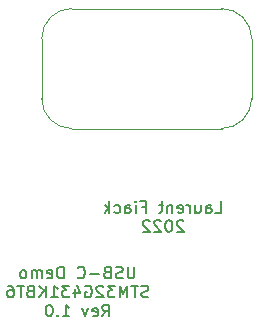
<source format=gbr>
%TF.GenerationSoftware,KiCad,Pcbnew,(6.0.5)*%
%TF.CreationDate,2022-06-21T13:53:18+02:00*%
%TF.ProjectId,usb-c_demo1,7573622d-635f-4646-956d-6f312e6b6963,rev?*%
%TF.SameCoordinates,Original*%
%TF.FileFunction,Legend,Bot*%
%TF.FilePolarity,Positive*%
%FSLAX46Y46*%
G04 Gerber Fmt 4.6, Leading zero omitted, Abs format (unit mm)*
G04 Created by KiCad (PCBNEW (6.0.5)) date 2022-06-21 13:53:18*
%MOMM*%
%LPD*%
G01*
G04 APERTURE LIST*
%ADD10C,0.150000*%
%ADD11C,0.120000*%
G04 APERTURE END LIST*
D10*
X55331761Y-63020380D02*
X55807952Y-63020380D01*
X55807952Y-62020380D01*
X54569857Y-63020380D02*
X54569857Y-62496571D01*
X54617476Y-62401333D01*
X54712714Y-62353714D01*
X54903190Y-62353714D01*
X54998428Y-62401333D01*
X54569857Y-62972761D02*
X54665095Y-63020380D01*
X54903190Y-63020380D01*
X54998428Y-62972761D01*
X55046047Y-62877523D01*
X55046047Y-62782285D01*
X54998428Y-62687047D01*
X54903190Y-62639428D01*
X54665095Y-62639428D01*
X54569857Y-62591809D01*
X53665095Y-62353714D02*
X53665095Y-63020380D01*
X54093666Y-62353714D02*
X54093666Y-62877523D01*
X54046047Y-62972761D01*
X53950809Y-63020380D01*
X53807952Y-63020380D01*
X53712714Y-62972761D01*
X53665095Y-62925142D01*
X53188904Y-63020380D02*
X53188904Y-62353714D01*
X53188904Y-62544190D02*
X53141285Y-62448952D01*
X53093666Y-62401333D01*
X52998428Y-62353714D01*
X52903190Y-62353714D01*
X52188904Y-62972761D02*
X52284142Y-63020380D01*
X52474619Y-63020380D01*
X52569857Y-62972761D01*
X52617476Y-62877523D01*
X52617476Y-62496571D01*
X52569857Y-62401333D01*
X52474619Y-62353714D01*
X52284142Y-62353714D01*
X52188904Y-62401333D01*
X52141285Y-62496571D01*
X52141285Y-62591809D01*
X52617476Y-62687047D01*
X51712714Y-62353714D02*
X51712714Y-63020380D01*
X51712714Y-62448952D02*
X51665095Y-62401333D01*
X51569857Y-62353714D01*
X51427000Y-62353714D01*
X51331761Y-62401333D01*
X51284142Y-62496571D01*
X51284142Y-63020380D01*
X50950809Y-62353714D02*
X50569857Y-62353714D01*
X50807952Y-62020380D02*
X50807952Y-62877523D01*
X50760333Y-62972761D01*
X50665095Y-63020380D01*
X50569857Y-63020380D01*
X49141285Y-62496571D02*
X49474619Y-62496571D01*
X49474619Y-63020380D02*
X49474619Y-62020380D01*
X48998428Y-62020380D01*
X48617476Y-63020380D02*
X48617476Y-62353714D01*
X48617476Y-62020380D02*
X48665095Y-62068000D01*
X48617476Y-62115619D01*
X48569857Y-62068000D01*
X48617476Y-62020380D01*
X48617476Y-62115619D01*
X47712714Y-63020380D02*
X47712714Y-62496571D01*
X47760333Y-62401333D01*
X47855571Y-62353714D01*
X48046047Y-62353714D01*
X48141285Y-62401333D01*
X47712714Y-62972761D02*
X47807952Y-63020380D01*
X48046047Y-63020380D01*
X48141285Y-62972761D01*
X48188904Y-62877523D01*
X48188904Y-62782285D01*
X48141285Y-62687047D01*
X48046047Y-62639428D01*
X47807952Y-62639428D01*
X47712714Y-62591809D01*
X46807952Y-62972761D02*
X46903190Y-63020380D01*
X47093666Y-63020380D01*
X47188904Y-62972761D01*
X47236523Y-62925142D01*
X47284142Y-62829904D01*
X47284142Y-62544190D01*
X47236523Y-62448952D01*
X47188904Y-62401333D01*
X47093666Y-62353714D01*
X46903190Y-62353714D01*
X46807952Y-62401333D01*
X46379380Y-63020380D02*
X46379380Y-62020380D01*
X46284142Y-62639428D02*
X45998428Y-63020380D01*
X45998428Y-62353714D02*
X46379380Y-62734666D01*
X52641285Y-63725619D02*
X52593666Y-63678000D01*
X52498428Y-63630380D01*
X52260333Y-63630380D01*
X52165095Y-63678000D01*
X52117476Y-63725619D01*
X52069857Y-63820857D01*
X52069857Y-63916095D01*
X52117476Y-64058952D01*
X52688904Y-64630380D01*
X52069857Y-64630380D01*
X51450809Y-63630380D02*
X51355571Y-63630380D01*
X51260333Y-63678000D01*
X51212714Y-63725619D01*
X51165095Y-63820857D01*
X51117476Y-64011333D01*
X51117476Y-64249428D01*
X51165095Y-64439904D01*
X51212714Y-64535142D01*
X51260333Y-64582761D01*
X51355571Y-64630380D01*
X51450809Y-64630380D01*
X51546047Y-64582761D01*
X51593666Y-64535142D01*
X51641285Y-64439904D01*
X51688904Y-64249428D01*
X51688904Y-64011333D01*
X51641285Y-63820857D01*
X51593666Y-63725619D01*
X51546047Y-63678000D01*
X51450809Y-63630380D01*
X50736523Y-63725619D02*
X50688904Y-63678000D01*
X50593666Y-63630380D01*
X50355571Y-63630380D01*
X50260333Y-63678000D01*
X50212714Y-63725619D01*
X50165095Y-63820857D01*
X50165095Y-63916095D01*
X50212714Y-64058952D01*
X50784142Y-64630380D01*
X50165095Y-64630380D01*
X49784142Y-63725619D02*
X49736523Y-63678000D01*
X49641285Y-63630380D01*
X49403190Y-63630380D01*
X49307952Y-63678000D01*
X49260333Y-63725619D01*
X49212714Y-63820857D01*
X49212714Y-63916095D01*
X49260333Y-64058952D01*
X49831761Y-64630380D01*
X49212714Y-64630380D01*
X48497523Y-67565380D02*
X48497523Y-68374904D01*
X48449904Y-68470142D01*
X48402285Y-68517761D01*
X48307047Y-68565380D01*
X48116571Y-68565380D01*
X48021333Y-68517761D01*
X47973714Y-68470142D01*
X47926095Y-68374904D01*
X47926095Y-67565380D01*
X47497523Y-68517761D02*
X47354666Y-68565380D01*
X47116571Y-68565380D01*
X47021333Y-68517761D01*
X46973714Y-68470142D01*
X46926095Y-68374904D01*
X46926095Y-68279666D01*
X46973714Y-68184428D01*
X47021333Y-68136809D01*
X47116571Y-68089190D01*
X47307047Y-68041571D01*
X47402285Y-67993952D01*
X47449904Y-67946333D01*
X47497523Y-67851095D01*
X47497523Y-67755857D01*
X47449904Y-67660619D01*
X47402285Y-67613000D01*
X47307047Y-67565380D01*
X47068952Y-67565380D01*
X46926095Y-67613000D01*
X46164190Y-68041571D02*
X46021333Y-68089190D01*
X45973714Y-68136809D01*
X45926095Y-68232047D01*
X45926095Y-68374904D01*
X45973714Y-68470142D01*
X46021333Y-68517761D01*
X46116571Y-68565380D01*
X46497523Y-68565380D01*
X46497523Y-67565380D01*
X46164190Y-67565380D01*
X46068952Y-67613000D01*
X46021333Y-67660619D01*
X45973714Y-67755857D01*
X45973714Y-67851095D01*
X46021333Y-67946333D01*
X46068952Y-67993952D01*
X46164190Y-68041571D01*
X46497523Y-68041571D01*
X45497523Y-68184428D02*
X44735619Y-68184428D01*
X43688000Y-68470142D02*
X43735619Y-68517761D01*
X43878476Y-68565380D01*
X43973714Y-68565380D01*
X44116571Y-68517761D01*
X44211809Y-68422523D01*
X44259428Y-68327285D01*
X44307047Y-68136809D01*
X44307047Y-67993952D01*
X44259428Y-67803476D01*
X44211809Y-67708238D01*
X44116571Y-67613000D01*
X43973714Y-67565380D01*
X43878476Y-67565380D01*
X43735619Y-67613000D01*
X43688000Y-67660619D01*
X42497523Y-68565380D02*
X42497523Y-67565380D01*
X42259428Y-67565380D01*
X42116571Y-67613000D01*
X42021333Y-67708238D01*
X41973714Y-67803476D01*
X41926095Y-67993952D01*
X41926095Y-68136809D01*
X41973714Y-68327285D01*
X42021333Y-68422523D01*
X42116571Y-68517761D01*
X42259428Y-68565380D01*
X42497523Y-68565380D01*
X41116571Y-68517761D02*
X41211809Y-68565380D01*
X41402285Y-68565380D01*
X41497523Y-68517761D01*
X41545142Y-68422523D01*
X41545142Y-68041571D01*
X41497523Y-67946333D01*
X41402285Y-67898714D01*
X41211809Y-67898714D01*
X41116571Y-67946333D01*
X41068952Y-68041571D01*
X41068952Y-68136809D01*
X41545142Y-68232047D01*
X40640380Y-68565380D02*
X40640380Y-67898714D01*
X40640380Y-67993952D02*
X40592761Y-67946333D01*
X40497523Y-67898714D01*
X40354666Y-67898714D01*
X40259428Y-67946333D01*
X40211809Y-68041571D01*
X40211809Y-68565380D01*
X40211809Y-68041571D02*
X40164190Y-67946333D01*
X40068952Y-67898714D01*
X39926095Y-67898714D01*
X39830857Y-67946333D01*
X39783238Y-68041571D01*
X39783238Y-68565380D01*
X39164190Y-68565380D02*
X39259428Y-68517761D01*
X39307047Y-68470142D01*
X39354666Y-68374904D01*
X39354666Y-68089190D01*
X39307047Y-67993952D01*
X39259428Y-67946333D01*
X39164190Y-67898714D01*
X39021333Y-67898714D01*
X38926095Y-67946333D01*
X38878476Y-67993952D01*
X38830857Y-68089190D01*
X38830857Y-68374904D01*
X38878476Y-68470142D01*
X38926095Y-68517761D01*
X39021333Y-68565380D01*
X39164190Y-68565380D01*
X49664190Y-70127761D02*
X49521333Y-70175380D01*
X49283238Y-70175380D01*
X49188000Y-70127761D01*
X49140380Y-70080142D01*
X49092761Y-69984904D01*
X49092761Y-69889666D01*
X49140380Y-69794428D01*
X49188000Y-69746809D01*
X49283238Y-69699190D01*
X49473714Y-69651571D01*
X49568952Y-69603952D01*
X49616571Y-69556333D01*
X49664190Y-69461095D01*
X49664190Y-69365857D01*
X49616571Y-69270619D01*
X49568952Y-69223000D01*
X49473714Y-69175380D01*
X49235619Y-69175380D01*
X49092761Y-69223000D01*
X48807047Y-69175380D02*
X48235619Y-69175380D01*
X48521333Y-70175380D02*
X48521333Y-69175380D01*
X47902285Y-70175380D02*
X47902285Y-69175380D01*
X47568952Y-69889666D01*
X47235619Y-69175380D01*
X47235619Y-70175380D01*
X46854666Y-69175380D02*
X46235619Y-69175380D01*
X46568952Y-69556333D01*
X46426095Y-69556333D01*
X46330857Y-69603952D01*
X46283238Y-69651571D01*
X46235619Y-69746809D01*
X46235619Y-69984904D01*
X46283238Y-70080142D01*
X46330857Y-70127761D01*
X46426095Y-70175380D01*
X46711809Y-70175380D01*
X46807047Y-70127761D01*
X46854666Y-70080142D01*
X45854666Y-69270619D02*
X45807047Y-69223000D01*
X45711809Y-69175380D01*
X45473714Y-69175380D01*
X45378476Y-69223000D01*
X45330857Y-69270619D01*
X45283238Y-69365857D01*
X45283238Y-69461095D01*
X45330857Y-69603952D01*
X45902285Y-70175380D01*
X45283238Y-70175380D01*
X44330857Y-69223000D02*
X44426095Y-69175380D01*
X44568952Y-69175380D01*
X44711809Y-69223000D01*
X44807047Y-69318238D01*
X44854666Y-69413476D01*
X44902285Y-69603952D01*
X44902285Y-69746809D01*
X44854666Y-69937285D01*
X44807047Y-70032523D01*
X44711809Y-70127761D01*
X44568952Y-70175380D01*
X44473714Y-70175380D01*
X44330857Y-70127761D01*
X44283238Y-70080142D01*
X44283238Y-69746809D01*
X44473714Y-69746809D01*
X43426095Y-69508714D02*
X43426095Y-70175380D01*
X43664190Y-69127761D02*
X43902285Y-69842047D01*
X43283238Y-69842047D01*
X42997523Y-69175380D02*
X42378476Y-69175380D01*
X42711809Y-69556333D01*
X42568952Y-69556333D01*
X42473714Y-69603952D01*
X42426095Y-69651571D01*
X42378476Y-69746809D01*
X42378476Y-69984904D01*
X42426095Y-70080142D01*
X42473714Y-70127761D01*
X42568952Y-70175380D01*
X42854666Y-70175380D01*
X42949904Y-70127761D01*
X42997523Y-70080142D01*
X41426095Y-70175380D02*
X41997523Y-70175380D01*
X41711809Y-70175380D02*
X41711809Y-69175380D01*
X41807047Y-69318238D01*
X41902285Y-69413476D01*
X41997523Y-69461095D01*
X40997523Y-70175380D02*
X40997523Y-69175380D01*
X40426095Y-70175380D02*
X40854666Y-69603952D01*
X40426095Y-69175380D02*
X40997523Y-69746809D01*
X39664190Y-69651571D02*
X39521333Y-69699190D01*
X39473714Y-69746809D01*
X39426095Y-69842047D01*
X39426095Y-69984904D01*
X39473714Y-70080142D01*
X39521333Y-70127761D01*
X39616571Y-70175380D01*
X39997523Y-70175380D01*
X39997523Y-69175380D01*
X39664190Y-69175380D01*
X39568952Y-69223000D01*
X39521333Y-69270619D01*
X39473714Y-69365857D01*
X39473714Y-69461095D01*
X39521333Y-69556333D01*
X39568952Y-69603952D01*
X39664190Y-69651571D01*
X39997523Y-69651571D01*
X39140380Y-69175380D02*
X38568952Y-69175380D01*
X38854666Y-70175380D02*
X38854666Y-69175380D01*
X37807047Y-69175380D02*
X37997523Y-69175380D01*
X38092761Y-69223000D01*
X38140380Y-69270619D01*
X38235619Y-69413476D01*
X38283238Y-69603952D01*
X38283238Y-69984904D01*
X38235619Y-70080142D01*
X38188000Y-70127761D01*
X38092761Y-70175380D01*
X37902285Y-70175380D01*
X37807047Y-70127761D01*
X37759428Y-70080142D01*
X37711809Y-69984904D01*
X37711809Y-69746809D01*
X37759428Y-69651571D01*
X37807047Y-69603952D01*
X37902285Y-69556333D01*
X38092761Y-69556333D01*
X38188000Y-69603952D01*
X38235619Y-69651571D01*
X38283238Y-69746809D01*
X45759428Y-71785380D02*
X46092761Y-71309190D01*
X46330857Y-71785380D02*
X46330857Y-70785380D01*
X45949904Y-70785380D01*
X45854666Y-70833000D01*
X45807047Y-70880619D01*
X45759428Y-70975857D01*
X45759428Y-71118714D01*
X45807047Y-71213952D01*
X45854666Y-71261571D01*
X45949904Y-71309190D01*
X46330857Y-71309190D01*
X44949904Y-71737761D02*
X45045142Y-71785380D01*
X45235619Y-71785380D01*
X45330857Y-71737761D01*
X45378476Y-71642523D01*
X45378476Y-71261571D01*
X45330857Y-71166333D01*
X45235619Y-71118714D01*
X45045142Y-71118714D01*
X44949904Y-71166333D01*
X44902285Y-71261571D01*
X44902285Y-71356809D01*
X45378476Y-71452047D01*
X44568952Y-71118714D02*
X44330857Y-71785380D01*
X44092761Y-71118714D01*
X42426095Y-71785380D02*
X42997523Y-71785380D01*
X42711809Y-71785380D02*
X42711809Y-70785380D01*
X42807047Y-70928238D01*
X42902285Y-71023476D01*
X42997523Y-71071095D01*
X41997523Y-71690142D02*
X41949904Y-71737761D01*
X41997523Y-71785380D01*
X42045142Y-71737761D01*
X41997523Y-71690142D01*
X41997523Y-71785380D01*
X41330857Y-70785380D02*
X41235619Y-70785380D01*
X41140380Y-70833000D01*
X41092761Y-70880619D01*
X41045142Y-70975857D01*
X40997523Y-71166333D01*
X40997523Y-71404428D01*
X41045142Y-71594904D01*
X41092761Y-71690142D01*
X41140380Y-71737761D01*
X41235619Y-71785380D01*
X41330857Y-71785380D01*
X41426095Y-71737761D01*
X41473714Y-71690142D01*
X41521333Y-71594904D01*
X41568952Y-71404428D01*
X41568952Y-71166333D01*
X41521333Y-70975857D01*
X41473714Y-70880619D01*
X41426095Y-70833000D01*
X41330857Y-70785380D01*
D11*
%TO.C,J2*%
X55880000Y-55880000D02*
X43180000Y-55880000D01*
X40640000Y-53340000D02*
X40640000Y-48260000D01*
X43180000Y-45720000D02*
X55880000Y-45720000D01*
X58420000Y-48260000D02*
X58420000Y-53340000D01*
X43180000Y-45720000D02*
G75*
G03*
X40640000Y-48260000I1J-2540001D01*
G01*
X55880000Y-55880000D02*
G75*
G03*
X58420000Y-53340000I0J2540000D01*
G01*
X40640000Y-53340000D02*
G75*
G03*
X43180000Y-55880000I2540000J0D01*
G01*
X58420000Y-48260000D02*
G75*
G03*
X55880000Y-45720000I-2540001J-1D01*
G01*
%TD*%
M02*

</source>
